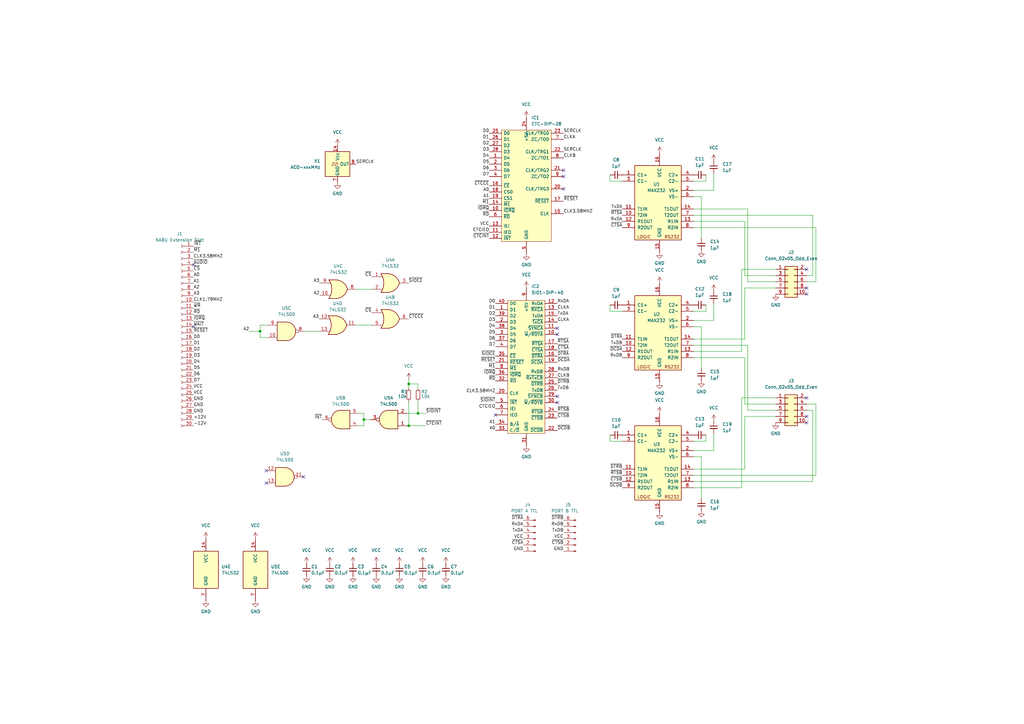
<source format=kicad_sch>
(kicad_sch (version 20211123) (generator eeschema)
  (paper "A3")
  (lib_symbols
    (symbol "74xx:74LS00" (pin_names (offset 1.016))
      (property "Reference" "U" (at 0 1.27 0))
      (property "Value" "74LS00" (at 0 -1.27 0))
      (symbol "74LS00_1_1"
        (pin input line (at -7.62 2.54 0) (length 3.81) (name "~") (number "1"))
        (pin input line (at -7.62 -2.54 0) (length 3.81) (name "~") (number "2"))
        (pin output inverted (at 7.62 0 180) (length 3.81) (name "~") (number "3"))
      )
      (symbol "74LS00_1_2"
        (pin input inverted (at -7.62 2.54 0) (length 4.318) (name "~") (number "1"))
        (pin input inverted (at -7.62 -2.54 0) (length 4.318) (name "~") (number "2"))
        (pin output line (at 7.62 0 180) (length 3.81) (name "~") (number "3"))
      )
      (symbol "74LS00_2_1"
        (pin input line (at -7.62 2.54 0) (length 3.81) (name "~") (number "4"))
        (pin input line (at -7.62 -2.54 0) (length 3.81) (name "~") (number "5"))
        (pin output inverted (at 7.62 0 180) (length 3.81) (name "~") (number "6"))
      )
      (symbol "74LS00_2_2"
        (pin input inverted (at -7.62 2.54 0) (length 4.318) (name "~") (number "4"))
        (pin input inverted (at -7.62 -2.54 0) (length 4.318) (name "~") (number "5"))
        (pin output line (at 7.62 0 180) (length 3.81) (name "~") (number "6"))
      )
      (symbol "74LS00_3_1"
        (pin input line (at -7.62 -2.54 0) (length 3.81) (name "~") (number "10"))
        (pin output inverted (at 7.62 0 180) (length 3.81) (name "~") (number "8"))
        (pin input line (at -7.62 2.54 0) (length 3.81) (name "~") (number "9"))
      )
      (symbol "74LS00_3_2"
        (pin input inverted (at -7.62 -2.54 0) (length 4.318) (name "~") (number "10"))
        (pin output line (at 7.62 0 180) (length 3.81) (name "~") (number "8"))
        (pin input inverted (at -7.62 2.54 0) (length 4.318) (name "~") (number "9"))
      )
      (symbol "74LS00_4_1"
        (pin output inverted (at 7.62 0 180) (length 3.81) (name "~") (number "11"))
        (pin input line (at -7.62 2.54 0) (length 3.81) (name "~") (number "12"))
        (pin input line (at -7.62 -2.54 0) (length 3.81) (name "~") (number "13"))
      )
      (symbol "74LS00_4_2"
        (pin output line (at 7.62 0 180) (length 3.81) (name "~") (number "11"))
        (pin input inverted (at -7.62 2.54 0) (length 4.318) (name "~") (number "12"))
        (pin input inverted (at -7.62 -2.54 0) (length 4.318) (name "~") (number "13"))
      )
      (symbol "74LS00_5_0"
        (pin power_in line (at 0 12.7 270) (length 5.08) (name "VCC") (number "14"))
        (pin power_in line (at 0 -12.7 90) (length 5.08) (name "GND") (number "7"))
      )
    )
    (symbol "74xx:74LS32" (pin_names (offset 1.016))
      (property "Reference" "U" (at 0 1.27 0))
      (property "Value" "74LS32" (at 0 -1.27 0))
      (symbol "74LS32_1_1"
        (pin input line (at -7.62 2.54 0) (length 4.318) (name "~") (number "1"))
        (pin input line (at -7.62 -2.54 0) (length 4.318) (name "~") (number "2"))
        (pin output line (at 7.62 0 180) (length 3.81) (name "~") (number "3"))
      )
      (symbol "74LS32_1_2"
        (pin input inverted (at -7.62 2.54 0) (length 3.81) (name "~") (number "1"))
        (pin input inverted (at -7.62 -2.54 0) (length 3.81) (name "~") (number "2"))
        (pin output inverted (at 7.62 0 180) (length 3.81) (name "~") (number "3"))
      )
      (symbol "74LS32_2_1"
        (pin input line (at -7.62 2.54 0) (length 4.318) (name "~") (number "4"))
        (pin input line (at -7.62 -2.54 0) (length 4.318) (name "~") (number "5"))
        (pin output line (at 7.62 0 180) (length 3.81) (name "~") (number "6"))
      )
      (symbol "74LS32_2_2"
        (pin input inverted (at -7.62 2.54 0) (length 3.81) (name "~") (number "4"))
        (pin input inverted (at -7.62 -2.54 0) (length 3.81) (name "~") (number "5"))
        (pin output inverted (at 7.62 0 180) (length 3.81) (name "~") (number "6"))
      )
      (symbol "74LS32_3_1"
        (pin input line (at -7.62 -2.54 0) (length 4.318) (name "~") (number "10"))
        (pin output line (at 7.62 0 180) (length 3.81) (name "~") (number "8"))
        (pin input line (at -7.62 2.54 0) (length 4.318) (name "~") (number "9"))
      )
      (symbol "74LS32_3_2"
        (pin input inverted (at -7.62 -2.54 0) (length 3.81) (name "~") (number "10"))
        (pin output inverted (at 7.62 0 180) (length 3.81) (name "~") (number "8"))
        (pin input inverted (at -7.62 2.54 0) (length 3.81) (name "~") (number "9"))
      )
      (symbol "74LS32_4_1"
        (pin output line (at 7.62 0 180) (length 3.81) (name "~") (number "11"))
        (pin input line (at -7.62 2.54 0) (length 4.318) (name "~") (number "12"))
        (pin input line (at -7.62 -2.54 0) (length 4.318) (name "~") (number "13"))
      )
      (symbol "74LS32_4_2"
        (pin output inverted (at 7.62 0 180) (length 3.81) (name "~") (number "11"))
        (pin input inverted (at -7.62 2.54 0) (length 3.81) (name "~") (number "12"))
        (pin input inverted (at -7.62 -2.54 0) (length 3.81) (name "~") (number "13"))
      )
      (symbol "74LS32_5_0"
        (pin power_in line (at 0 12.7 270) (length 5.08) (name "VCC") (number "14"))
        (pin power_in line (at 0 -12.7 90) (length 5.08) (name "GND") (number "7"))
      )
    )
    (symbol "Connector:Conn_01x06_Male" (pin_names (offset 1.016) hide)
      (property "Reference" "J" (at 0 7.62 0))
      (property "Value" "Conn_01x06_Male" (at 0 -10.16 0))
      (symbol "Conn_01x06_Male_1_1"
        (pin passive line (at 5.08 5.08 180) (length 3.81) (name "Pin_1") (number "1"))
        (pin passive line (at 5.08 2.54 180) (length 3.81) (name "Pin_2") (number "2"))
        (pin passive line (at 5.08 0 180) (length 3.81) (name "Pin_3") (number "3"))
        (pin passive line (at 5.08 -2.54 180) (length 3.81) (name "Pin_4") (number "4"))
        (pin passive line (at 5.08 -5.08 180) (length 3.81) (name "Pin_5") (number "5"))
        (pin passive line (at 5.08 -7.62 180) (length 3.81) (name "Pin_6") (number "6"))
      )
    )
    (symbol "Connector:Conn_01x30_Female" (pin_names (offset 1.016) hide)
      (property "Reference" "J1" (at 0.635 40.64 0))
      (property "Value" "NABU Extension Slot" (at 0.635 38.1 0))
      (symbol "Conn_01x30_Female_1_1"
        (pin input line (at -5.08 35.56 0) (length 3.81) (name "~{INT}") (number "1"))
        (pin output line (at -5.08 12.7 0) (length 3.81) (name "1.79") (number "10"))
        (pin output line (at -5.08 10.16 0) (length 3.81) (name "~{WR}") (number "11"))
        (pin output line (at -5.08 7.62 0) (length 3.81) (name "~{RD}") (number "12"))
        (pin output line (at -5.08 5.08 0) (length 3.81) (name "~{IORQ}") (number "13"))
        (pin input line (at -5.08 2.54 0) (length 3.81) (name "~{WAIT}") (number "14"))
        (pin output line (at -5.08 0 0) (length 3.81) (name "~{RESET}") (number "15"))
        (pin bidirectional line (at -5.08 -2.54 0) (length 3.81) (name "D0") (number "16"))
        (pin bidirectional line (at -5.08 -5.08 0) (length 3.81) (name "D1") (number "17"))
        (pin bidirectional line (at -5.08 -7.62 0) (length 3.81) (name "D2") (number "18"))
        (pin bidirectional line (at -5.08 -10.16 0) (length 3.81) (name "D3") (number "19"))
        (pin output line (at -5.08 33.02 0) (length 3.81) (name "~{M1}") (number "2"))
        (pin bidirectional line (at -5.08 -12.7 0) (length 3.81) (name "D4") (number "20"))
        (pin bidirectional line (at -5.08 -15.24 0) (length 3.81) (name "D5") (number "21"))
        (pin bidirectional line (at -5.08 -17.78 0) (length 3.81) (name "D6") (number "22"))
        (pin bidirectional line (at -5.08 -20.32 0) (length 3.81) (name "D7") (number "23"))
        (pin power_out line (at -5.08 -22.86 0) (length 3.81) (name "+5V") (number "24"))
        (pin power_out line (at -5.08 -25.4 0) (length 3.81) (name "+5V") (number "25"))
        (pin power_out line (at -5.08 -27.94 0) (length 3.81) (name "GND") (number "26"))
        (pin power_out line (at -5.08 -30.48 0) (length 3.81) (name "GND") (number "27"))
        (pin power_out line (at -5.08 -33.02 0) (length 3.81) (name "GND") (number "28"))
        (pin power_out line (at -5.08 -35.56 0) (length 3.81) (name "+12V") (number "29"))
        (pin output line (at -5.08 30.48 0) (length 3.81) (name "3.58") (number "3"))
        (pin power_out line (at -5.08 -38.1 0) (length 3.81) (name "-12V") (number "30"))
        (pin input line (at -5.08 27.94 0) (length 3.81) (name "AUDIO") (number "4"))
        (pin output line (at -5.08 25.4 0) (length 3.81) (name "~{CS}") (number "5"))
        (pin output line (at -5.08 22.86 0) (length 3.81) (name "A0") (number "6"))
        (pin output line (at -5.08 20.32 0) (length 3.81) (name "A1") (number "7"))
        (pin output line (at -5.08 17.78 0) (length 3.81) (name "A2") (number "8"))
        (pin output line (at -5.08 15.24 0) (length 3.81) (name "A3") (number "9"))
      )
    )
    (symbol "Connector_Generic:Conn_02x05_Odd_Even" (pin_names (offset 1.016) hide)
      (property "Reference" "J" (at 1.27 7.62 0))
      (property "Value" "Conn_02x05_Odd_Even" (at 1.27 -7.62 0))
      (symbol "Conn_02x05_Odd_Even_1_1"
        (pin passive line (at -5.08 5.08 0) (length 3.81) (name "Pin_1") (number "1"))
        (pin passive line (at 7.62 -5.08 180) (length 3.81) (name "Pin_10") (number "10"))
        (pin passive line (at 7.62 5.08 180) (length 3.81) (name "Pin_2") (number "2"))
        (pin passive line (at -5.08 2.54 0) (length 3.81) (name "Pin_3") (number "3"))
        (pin passive line (at 7.62 2.54 180) (length 3.81) (name "Pin_4") (number "4"))
        (pin passive line (at -5.08 0 0) (length 3.81) (name "Pin_5") (number "5"))
        (pin passive line (at 7.62 0 180) (length 3.81) (name "Pin_6") (number "6"))
        (pin passive line (at -5.08 -2.54 0) (length 3.81) (name "Pin_7") (number "7"))
        (pin passive line (at 7.62 -2.54 180) (length 3.81) (name "Pin_8") (number "8"))
        (pin passive line (at -5.08 -5.08 0) (length 3.81) (name "Pin_9") (number "9"))
      )
    )
    (symbol "Device:C_Small" (pin_numbers hide) (pin_names (offset 0.254) hide)
      (property "Reference" "C" (at 0.254 1.778 0))
      (property "Value" "C_Small" (at 0.254 -2.032 0))
      (symbol "C_Small_1_1"
        (pin passive line (at 0 2.54 270) (length 2.032) (name "~") (number "1"))
        (pin passive line (at 0 -2.54 90) (length 2.032) (name "~") (number "2"))
      )
    )
    (symbol "Device:R_Small" (pin_numbers hide) (pin_names (offset 0.254) hide)
      (property "Reference" "R" (at 0.762 0.508 0))
      (property "Value" "R_Small" (at 0.762 -1.016 0))
      (symbol "R_Small_1_1"
        (pin passive line (at 0 2.54 270) (length 0.762) (name "~") (number "1"))
        (pin passive line (at 0 -2.54 90) (length 0.762) (name "~") (number "2"))
      )
    )
    (symbol "Interface_UART:MAX232" (pin_names (offset 1.016))
      (property "Reference" "U?" (at -2.54 7.62 0))
      (property "Value" "MAX232" (at -5.08 5.08 0))
      (symbol "MAX232_0_0"
        (text "LOGIC" (at -6.35 -13.97 0) (effects (font (size 1.27 1.27))))
        (text "RS232" (at 5.08 -13.97 0) (effects (font (size 1.27 1.27))))
      )
      (symbol "MAX232_1_1"
        (pin passive line (at -15.24 11.43 0) (length 5.08) (name "C1+") (number "1"))
        (pin input line (at -15.24 -5.08 0) (length 5.08) (name "T2IN") (number "10"))
        (pin input line (at -15.24 -2.54 0) (length 5.08) (name "T1IN") (number "11"))
        (pin output line (at -15.24 -7.62 0) (length 5.08) (name "R1OUT") (number "12"))
        (pin input line (at 13.97 -7.62 180) (length 5.08) (name "R1IN") (number "13"))
        (pin output line (at 13.97 -2.54 180) (length 5.08) (name "T1OUT") (number "14"))
        (pin power_in line (at 0 -20.32 90) (length 5.08) (name "GND") (number "15"))
        (pin power_in line (at 0 20.32 270) (length 5.08) (name "VCC") (number "16"))
        (pin power_out line (at 13.97 5.08 180) (length 5.08) (name "VS+") (number "2"))
        (pin passive line (at -15.24 8.89 0) (length 5.08) (name "C1-") (number "3"))
        (pin passive line (at 13.97 11.43 180) (length 5.08) (name "C2+") (number "4"))
        (pin passive line (at 13.97 8.89 180) (length 5.08) (name "C2-") (number "5"))
        (pin power_out line (at 13.97 2.54 180) (length 5.08) (name "VS-") (number "6"))
        (pin output line (at 13.97 -5.08 180) (length 5.08) (name "T2OUT") (number "7"))
        (pin input line (at 13.97 -10.16 180) (length 5.08) (name "R2IN") (number "8"))
        (pin output line (at -15.24 -10.16 0) (length 5.08) (name "R2OUT") (number "9"))
      )
    )
    (symbol "MAX232_1" (pin_names (offset 1.016))
      (property "Reference" "U3" (at -2.54 7.62 0))
      (property "Value" "MAX232_1" (at -5.08 5.08 0))
      (symbol "MAX232_1_0_0"
        (text "LOGIC" (at -6.35 -13.97 0) (effects (font (size 1.27 1.27))))
        (text "RS232" (at 5.08 -13.97 0) (effects (font (size 1.27 1.27))))
      )
      (symbol "MAX232_1_1_1"
        (pin passive line (at -15.24 11.43 0) (length 5.08) (name "C1+") (number "1"))
        (pin input line (at -15.24 -5.08 0) (length 5.08) (name "T2IN") (number "10"))
        (pin input line (at -15.24 -2.54 0) (length 5.08) (name "T1IN") (number "11"))
        (pin output line (at -15.24 -7.62 0) (length 5.08) (name "R1OUT") (number "12"))
        (pin input line (at 13.97 -7.62 180) (length 5.08) (name "R1IN") (number "13"))
        (pin output line (at 13.97 -2.54 180) (length 5.08) (name "T1OUT") (number "14"))
        (pin power_in line (at 0 -20.32 90) (length 5.08) (name "GND") (number "15"))
        (pin power_in line (at 0 20.32 270) (length 5.08) (name "VCC") (number "16"))
        (pin power_out line (at 13.97 5.08 180) (length 5.08) (name "VS+") (number "2"))
        (pin passive line (at -15.24 8.89 0) (length 5.08) (name "C1-") (number "3"))
        (pin passive line (at 13.97 11.43 180) (length 5.08) (name "C2+") (number "4"))
        (pin passive line (at 13.97 8.89 180) (length 5.08) (name "C2-") (number "5"))
        (pin power_out line (at 13.97 2.54 180) (length 5.08) (name "VS-") (number "6"))
        (pin output line (at 13.97 -5.08 180) (length 5.08) (name "T2OUT") (number "7"))
        (pin input line (at 13.97 -10.16 180) (length 5.08) (name "R2IN") (number "8"))
        (pin output line (at -15.24 -10.16 0) (length 5.08) (name "R2OUT") (number "9"))
      )
    )
    (symbol "Oscillator:ACO-xxxMHz" (pin_names (offset 0.254))
      (property "Reference" "X" (at -5.08 6.35 0))
      (property "Value" "ACO-xxxMHz" (at 1.27 -6.35 0))
      (symbol "ACO-xxxMHz_1_1"
        (pin no_connect line (at -7.62 0 0) (length 2.54) hide (name "NC") (number "1"))
        (pin power_in line (at 0 7.62 270) (length 2.54) (name "Vcc") (number "14"))
        (pin power_in line (at 0 -7.62 90) (length 2.54) (name "GND") (number "7"))
        (pin output line (at 7.62 0 180) (length 2.54) (name "OUT") (number "8"))
      )
    )
    (symbol "Zilog_Z80_Peripherals:CTC-DIP-28" (pin_names (offset 0.762))
      (property "Reference" "IC" (at 0 2.54 0))
      (property "Value" "CTC-DIP-28" (at 12.7 1.27 0))
      (symbol "CTC-DIP-28_0_0"
        (pin bidirectional line (at -5.08 -11.43 0) (length 5.08) (name "D4") (number "1"))
        (pin input line (at -5.08 -33.02 0) (length 5.08) (name "~{IORQ}") (number "10"))
        (pin output line (at -5.08 -41.91 0) (length 5.08) (name "IEO") (number "11"))
        (pin open_collector line (at -5.08 -44.45 0) (length 5.08) (name "~{INT}") (number "12"))
        (pin input line (at -5.08 -39.37 0) (length 5.08) (name "IEI") (number "13"))
        (pin input line (at -5.08 -30.48 0) (length 5.08) (name "~{M1}") (number "14"))
        (pin input line (at 25.4 -34.29 180) (length 5.08) (name "CLK") (number "15"))
        (pin input line (at -5.08 -22.86 0) (length 5.08) (name "~{CE}") (number "16"))
        (pin input line (at 25.4 -29.21 180) (length 5.08) (name "~{RESET}") (number "17"))
        (pin input line (at -5.08 -25.4 0) (length 5.08) (name "CS0") (number "18"))
        (pin input line (at -5.08 -27.94 0) (length 5.08) (name "CS1") (number "19"))
        (pin bidirectional line (at -5.08 -13.97 0) (length 5.08) (name "D5") (number "2"))
        (pin input line (at 25.4 -24.13 180) (length 5.08) (name "CLK/TRG3") (number "20"))
        (pin input line (at 25.4 -16.51 180) (length 5.08) (name "CLK/TRG2") (number "21"))
        (pin input line (at 25.4 -8.89 180) (length 5.08) (name "CLK/TRG1") (number "22"))
        (pin input line (at 25.4 -1.27 180) (length 5.08) (name "CLK/TRG0") (number "23"))
        (pin power_in line (at 10.16 5.08 270) (length 5.08) (name "+5V") (number "24"))
        (pin bidirectional line (at -5.08 -1.27 0) (length 5.08) (name "D0") (number "25"))
        (pin bidirectional line (at -5.08 -3.81 0) (length 5.08) (name "D1") (number "26"))
        (pin bidirectional line (at -5.08 -6.35 0) (length 5.08) (name "D2") (number "27"))
        (pin bidirectional line (at -5.08 -8.89 0) (length 5.08) (name "D3") (number "28"))
        (pin bidirectional line (at -5.08 -16.51 0) (length 5.08) (name "D6") (number "3"))
        (pin bidirectional line (at -5.08 -19.05 0) (length 5.08) (name "D7") (number "4"))
        (pin power_in line (at 10.16 -50.8 90) (length 5.08) (name "GND") (number "5"))
        (pin input line (at -5.08 -35.56 0) (length 5.08) (name "~{RD}") (number "6"))
        (pin output line (at 25.4 -3.81 180) (length 5.08) (name "ZC/TO0") (number "7"))
        (pin output line (at 25.4 -11.43 180) (length 5.08) (name "ZC/TO1") (number "8"))
        (pin output line (at 25.4 -19.05 180) (length 5.08) (name "ZC/TO2") (number "9"))
      )
    )
    (symbol "Zilog_Z80_Peripherals:SIO1-DIP-40" (pin_names (offset 0.762))
      (property "Reference" "IC2" (at 9.6394 5.715 0))
      (property "Value" "SIO1-DIP-40" (at 9.6394 3.175 0))
      (symbol "SIO1-DIP-40_0_0"
        (pin bidirectional line (at -5.08 -3.81 0) (length 5.08) (name "D1") (number "1"))
        (pin output line (at 20.32 -13.97 180) (length 5.08) (name "~{W}/~{RDYA}") (number "10"))
        (pin bidirectional line (at 20.32 -11.43 180) (length 5.08) (name "~{SYNCA}") (number "11"))
        (pin input line (at 20.32 -1.27 180) (length 5.08) (name "RxDA") (number "12"))
        (pin input line (at 20.32 -3.81 180) (length 5.08) (name "~{RXCA}") (number "13"))
        (pin input line (at 20.32 -8.89 180) (length 5.08) (name "~{TxCA}") (number "14"))
        (pin output line (at 20.32 -6.35 180) (length 5.08) (name "TxDA") (number "15"))
        (pin output line (at 20.32 -22.86 180) (length 5.08) (name "~{DTRA}") (number "16"))
        (pin output line (at 20.32 -17.78 180) (length 5.08) (name "~{RTSA}") (number "17"))
        (pin input line (at 20.32 -20.32 180) (length 5.08) (name "~{CTSA}") (number "18"))
        (pin input line (at 20.32 -25.4 180) (length 5.08) (name "~{DCDA}") (number "19"))
        (pin bidirectional line (at -5.08 -8.89 0) (length 5.08) (name "D3") (number "2"))
        (pin input line (at -5.08 -38.1 0) (length 5.08) (name "CLK") (number "20"))
        (pin input line (at -5.08 -25.4 0) (length 5.08) (name "~{RESET}") (number "21"))
        (pin input line (at 20.32 -53.34 180) (length 5.08) (name "~{DCDB}") (number "22"))
        (pin input line (at 20.32 -48.26 180) (length 5.08) (name "~{CTSB}") (number "23"))
        (pin output line (at 20.32 -45.72 180) (length 5.08) (name "~{RTSB}") (number "24"))
        (pin output line (at 20.32 -34.29 180) (length 5.08) (name "~{DTRB}") (number "25"))
        (pin output line (at 20.32 -36.83 180) (length 5.08) (name "TxDB") (number "26"))
        (pin input line (at 20.32 -31.75 180) (length 5.08) (name "~{RxTxCB}") (number "27"))
        (pin input line (at 20.32 -29.21 180) (length 5.08) (name "RxDB") (number "28"))
        (pin input line (at 20.32 -39.37 180) (length 5.08) (name "~{SYNCB}") (number "29"))
        (pin bidirectional line (at -5.08 -13.97 0) (length 5.08) (name "D5") (number "3"))
        (pin output line (at 20.32 -41.91 180) (length 5.08) (name "~{W}/~{RDYB}") (number "30"))
        (pin power_in line (at 7.62 -59.69 90) (length 5.08) (name "GND") (number "31"))
        (pin input line (at -5.08 -33.02 0) (length 5.08) (name "~{RD}") (number "32"))
        (pin input line (at -5.08 -53.34 0) (length 5.08) (name "C/~{D}") (number "33"))
        (pin input line (at -5.08 -50.8 0) (length 5.08) (name "B/~{A}") (number "34"))
        (pin input line (at -5.08 -22.86 0) (length 5.08) (name "~{CE}") (number "35"))
        (pin input line (at -5.08 -30.48 0) (length 5.08) (name "~{IORQ}") (number "36"))
        (pin bidirectional line (at -5.08 -16.51 0) (length 5.08) (name "D6") (number "37"))
        (pin bidirectional line (at -5.08 -11.43 0) (length 5.08) (name "D4") (number "38"))
        (pin bidirectional line (at -5.08 -6.35 0) (length 5.08) (name "D2") (number "39"))
        (pin bidirectional line (at -5.08 -19.05 0) (length 5.08) (name "D7") (number "4"))
        (pin bidirectional line (at -5.08 -1.27 0) (length 5.08) (name "D0") (number "40"))
        (pin open_collector line (at -5.08 -41.91 0) (length 5.08) (name "~{INT}") (number "5"))
        (pin input line (at -5.08 -44.45 0) (length 5.08) (name "IEI") (number "6"))
        (pin output line (at -5.08 -46.99 0) (length 5.08) (name "IEO") (number "7"))
        (pin input line (at -5.08 -27.94 0) (length 5.08) (name "~{M1}") (number "8"))
        (pin power_in line (at 7.62 5.08 270) (length 5.08) (name "+5V") (number "9"))
      )
    )
    (symbol "power:GND" (power) (pin_names (offset 0))
      (property "Value" "GND" (at 0 -3.81 0))
      (symbol "GND_1_1"
        (pin power_in line (at 0 0 270) (length 0) hide (name "GND") (number "1"))
      )
    )
    (symbol "power:VCC" (power) (pin_names (offset 0))
      (property "Value" "VCC" (at 0 3.81 0))
      (symbol "VCC_1_1"
        (pin power_in line (at 0 0 90) (length 0) hide (name "VCC") (number "1"))
      )
    )
  )
  (junction (at 167.64 174.625))
  (junction (at 106.68 135.89))
  (junction (at 167.64 157.48))
  (junction (at 149.225 172.085))
  (junction (at 171.45 169.545))
  (no_connect (at 203.2 170.18))
  (no_connect (at 79.375 108.585))
  (no_connect (at 79.375 133.985))
  (no_connect (at 109.22 193.04))
  (no_connect (at 109.22 198.12))
  (no_connect (at 124.46 195.58))
  (no_connect (at 330.835 163.195))
  (no_connect (at 330.835 170.815))
  (no_connect (at 330.835 173.355))
  (no_connect (at 330.835 120.65))
  (no_connect (at 330.835 110.49))
  (no_connect (at 330.835 118.11))
  (no_connect (at 228.6 165.1))
  (no_connect (at 228.6 162.56))
  (no_connect (at 228.6 137.16))
  (no_connect (at 228.6 134.62))
  (no_connect (at 231.14 77.47))
  (no_connect (at 231.14 72.39))
  (no_connect (at 231.14 69.85))
  (wire (pts (xy 292.735 124.46) (xy 292.735 131.445)))
  (wire (pts (xy 305.435 90.805) (xy 284.48 90.805)))
  (wire (pts (xy 306.705 115.57) (xy 306.705 85.725)))
  (wire (pts (xy 106.68 138.43) (xy 106.68 135.89)))
  (wire (pts (xy 167.64 174.625) (xy 174.625 174.625)))
  (wire (pts (xy 318.135 118.11) (xy 305.435 118.11)))
  (wire (pts (xy 149.225 169.545) (xy 147.32 169.545)))
  (wire (pts (xy 305.435 139.065) (xy 284.48 139.065)))
  (wire (pts (xy 147.32 174.625) (xy 149.225 174.625)))
  (wire (pts (xy 289.56 74.295) (xy 289.56 71.755)))
  (wire (pts (xy 333.375 113.03) (xy 333.375 88.265)))
  (wire (pts (xy 305.435 146.685) (xy 284.48 146.685)))
  (wire (pts (xy 289.56 180.975) (xy 289.56 178.435)))
  (wire (pts (xy 284.48 144.145) (xy 304.165 144.145)))
  (wire (pts (xy 250.19 74.295) (xy 250.19 71.755)))
  (wire (pts (xy 284.48 127.635) (xy 289.56 127.635)))
  (wire (pts (xy 334.645 194.945) (xy 284.48 194.945)))
  (wire (pts (xy 167.64 164.465) (xy 167.64 174.625)))
  (wire (pts (xy 305.435 118.11) (xy 305.435 139.065)))
  (wire (pts (xy 333.375 168.275) (xy 333.375 197.485)))
  (wire (pts (xy 305.435 165.735) (xy 318.135 165.735)))
  (wire (pts (xy 304.165 163.195) (xy 304.165 200.025)))
  (wire (pts (xy 284.48 80.645) (xy 287.655 80.645)))
  (wire (pts (xy 284.48 180.975) (xy 289.56 180.975)))
  (wire (pts (xy 304.165 110.49) (xy 318.135 110.49)))
  (wire (pts (xy 306.705 85.725) (xy 284.48 85.725)))
  (wire (pts (xy 330.835 113.03) (xy 333.375 113.03)))
  (wire (pts (xy 250.19 127.635) (xy 250.19 125.095)))
  (wire (pts (xy 289.56 127.635) (xy 289.56 125.095)))
  (wire (pts (xy 330.835 115.57) (xy 334.645 115.57)))
  (wire (pts (xy 292.735 184.785) (xy 284.48 184.785)))
  (wire (pts (xy 167.64 155.575) (xy 167.64 157.48)))
  (wire (pts (xy 171.45 169.545) (xy 174.625 169.545)))
  (wire (pts (xy 305.435 113.03) (xy 305.435 90.805)))
  (wire (pts (xy 305.435 165.735) (xy 305.435 146.685)))
  (wire (pts (xy 146.304 118.618) (xy 152.4 118.618)))
  (wire (pts (xy 167.005 169.545) (xy 171.45 169.545)))
  (wire (pts (xy 284.48 74.295) (xy 289.56 74.295)))
  (wire (pts (xy 305.435 170.815) (xy 305.435 192.405)))
  (wire (pts (xy 334.645 93.345) (xy 284.48 93.345)))
  (wire (pts (xy 287.655 187.325) (xy 287.655 204.47)))
  (wire (pts (xy 284.48 187.325) (xy 287.655 187.325)))
  (wire (pts (xy 167.005 174.625) (xy 167.64 174.625)))
  (wire (pts (xy 292.735 177.8) (xy 292.735 184.785)))
  (wire (pts (xy 292.735 131.445) (xy 284.48 131.445)))
  (wire (pts (xy 109.855 138.43) (xy 106.68 138.43)))
  (wire (pts (xy 304.165 200.025) (xy 284.48 200.025)))
  (wire (pts (xy 306.705 141.605) (xy 284.48 141.605)))
  (wire (pts (xy 318.135 115.57) (xy 306.705 115.57)))
  (wire (pts (xy 151.765 172.085) (xy 149.225 172.085)))
  (wire (pts (xy 149.225 174.625) (xy 149.225 172.085)))
  (wire (pts (xy 318.135 170.815) (xy 305.435 170.815)))
  (wire (pts (xy 106.68 133.35) (xy 106.68 135.89)))
  (wire (pts (xy 334.645 165.735) (xy 334.645 194.945)))
  (wire (pts (xy 149.225 172.085) (xy 149.225 169.545)))
  (wire (pts (xy 167.64 157.48) (xy 167.64 159.385)))
  (wire (pts (xy 255.27 180.975) (xy 250.19 180.975)))
  (wire (pts (xy 318.135 163.195) (xy 304.165 163.195)))
  (wire (pts (xy 109.855 133.35) (xy 106.68 133.35)))
  (wire (pts (xy 171.45 157.48) (xy 167.64 157.48)))
  (wire (pts (xy 318.135 168.275) (xy 306.705 168.275)))
  (wire (pts (xy 171.45 159.385) (xy 171.45 157.48)))
  (wire (pts (xy 306.705 168.275) (xy 306.705 141.605)))
  (wire (pts (xy 102.235 135.89) (xy 106.68 135.89)))
  (wire (pts (xy 334.645 115.57) (xy 334.645 93.345)))
  (wire (pts (xy 305.435 192.405) (xy 284.48 192.405)))
  (wire (pts (xy 330.835 165.735) (xy 334.645 165.735)))
  (wire (pts (xy 333.375 88.265) (xy 284.48 88.265)))
  (wire (pts (xy 287.655 80.645) (xy 287.655 97.79)))
  (wire (pts (xy 125.095 135.89) (xy 130.81 135.89)))
  (wire (pts (xy 287.655 133.985) (xy 287.655 151.13)))
  (wire (pts (xy 284.48 133.985) (xy 287.655 133.985)))
  (wire (pts (xy 255.27 74.295) (xy 250.19 74.295)))
  (wire (pts (xy 304.165 144.145) (xy 304.165 110.49)))
  (wire (pts (xy 333.375 197.485) (xy 284.48 197.485)))
  (wire (pts (xy 318.135 113.03) (xy 305.435 113.03)))
  (wire (pts (xy 255.27 127.635) (xy 250.19 127.635)))
  (wire (pts (xy 171.45 164.465) (xy 171.45 169.545)))
  (wire (pts (xy 250.19 180.975) (xy 250.19 178.435)))
  (wire (pts (xy 146.05 133.35) (xy 152.4 133.35)))
  (wire (pts (xy 292.735 71.12) (xy 292.735 78.105)))
  (wire (pts (xy 330.835 168.275) (xy 333.375 168.275)))
  (wire (pts (xy 292.735 78.105) (xy 284.48 78.105)))
  (label "~{RD}" (at 79.375 128.905 0))
  (label "~{DTRB}" (at 228.6 157.48 0))
  (label "~{CS}" (at 152.4 113.538 180))
  (label "~{DTRA}" (at 255.27 139.065 180))
  (label "~{CTCCE}" (at 200.66 76.2 180))
  (label "~{DCDA}" (at 255.27 144.145 180))
  (label "CTCIEO" (at 203.2 167.64 180))
  (label "~{IORQ}" (at 200.66 86.36 180))
  (label "~{RD}" (at 203.2 156.21 180))
  (label "~{M1}" (at 203.2 151.13 180))
  (label "D6" (at 203.2 139.7 180))
  (label "D7" (at 200.66 72.39 180))
  (label "D3" (at 200.66 62.23 180))
  (label "CTCIEO" (at 200.66 95.25 180))
  (label "~{CTSB}" (at 231.14 223.52 180))
  (label "TxDA" (at 255.27 85.725 180))
  (label "D7" (at 79.375 156.845 0))
  (label "~{RESET}" (at 203.2 148.59 180))
  (label "GND" (at 79.375 167.005 0))
  (label "D3" (at 79.375 146.685 0))
  (label "~{DTRA}" (at 214.63 213.36 180))
  (label "VCC" (at 79.375 159.385 0))
  (label "~{AUDIO}" (at 79.375 108.585 0))
  (label "TxDB" (at 231.14 218.44 180))
  (label "~{SIOCE}" (at 203.2 146.05 180))
  (label "CLKA" (at 231.14 57.15 0))
  (label "~{DTRA}" (at 228.6 146.05 0))
  (label "CLK1.79MHZ" (at 79.375 123.825 0))
  (label "D0" (at 200.66 54.61 180))
  (label "~{RTSB}" (at 255.27 194.945 180))
  (label "D4" (at 200.66 64.77 180))
  (label "A3" (at 130.81 130.81 180))
  (label "~{DTRB}" (at 255.27 192.405 180))
  (label "~{CTSA}" (at 255.27 93.345 180))
  (label "A2" (at 79.375 118.745 0))
  (label "D1" (at 203.2 127 180))
  (label "~{RESET}" (at 231.14 82.55 0))
  (label "CLKB" (at 231.14 64.77 0))
  (label "D5" (at 79.375 151.765 0))
  (label "RxDB" (at 255.27 146.685 180))
  (label "~{CTSA}" (at 228.6 143.51 0))
  (label "D7" (at 203.2 142.24 180))
  (label "~{CS}" (at 79.375 111.125 0))
  (label "A0" (at 203.2 176.53 180))
  (label "~{RD}" (at 200.66 88.9 180))
  (label "A0" (at 79.375 113.665 0))
  (label "~{DCDB}" (at 228.6 176.53 0))
  (label "D5" (at 203.2 137.16 180))
  (label "VCC" (at 200.66 92.71 180))
  (label "D6" (at 79.375 154.305 0))
  (label "A2" (at 131.064 121.158 180))
  (label "D0" (at 203.2 124.46 180))
  (label "SERCLK" (at 146.05 67.31 0))
  (label "A1" (at 79.375 116.205 0))
  (label "~{CTCINT}" (at 200.66 97.79 180))
  (label "D3" (at 203.2 132.08 180))
  (label "A0" (at 200.66 78.74 180))
  (label "D2" (at 79.375 144.145 0))
  (label "D4" (at 79.375 149.225 0))
  (label "D2" (at 203.2 129.54 180))
  (label "TxDB" (at 255.27 141.605 180))
  (label "~{RTSB}" (at 228.6 168.91 0))
  (label "~{RTSA}" (at 255.27 88.265 180))
  (label "~{CTSB}" (at 228.6 171.45 0))
  (label "~{SIOINT}" (at 174.625 169.545 0))
  (label "~{CTCCE}" (at 167.64 130.81 0))
  (label "~{WR}" (at 79.375 126.365 0))
  (label "D2" (at 200.66 59.69 180))
  (label "GND" (at 231.14 226.06 180))
  (label "D0" (at 79.375 139.065 0))
  (label "GND" (at 79.375 169.545 0))
  (label "CLK3.58MHZ" (at 79.375 106.045 0))
  (label "~{M1}" (at 79.375 103.505 0))
  (label "~{M1}" (at 200.66 83.82 180))
  (label "CLKA" (at 228.6 132.08 0))
  (label "D4" (at 203.2 134.62 180))
  (label "RxDA" (at 214.63 215.9 180))
  (label "VCC" (at 231.14 220.98 180))
  (label "D1" (at 200.66 57.15 180))
  (label "A2" (at 102.235 135.89 180))
  (label "GND" (at 79.375 164.465 0))
  (label "~{IORQ}" (at 79.375 131.445 0))
  (label "~{CTCINT}" (at 174.625 174.625 0))
  (label "~{SIOINT}" (at 203.2 165.1 180))
  (label "A3" (at 131.064 116.078 180))
  (label "RxDB" (at 228.6 152.4 0))
  (label "~{CTSB}" (at 255.27 197.485 180))
  (label "~{INT}" (at 79.375 100.965 0))
  (label "A1" (at 200.66 81.28 180))
  (label "TxDB" (at 228.6 160.02 0))
  (label "RxDA" (at 255.27 90.805 180))
  (label "CLK3.58MHZ" (at 231.14 87.63 0))
  (label "~{CTSA}" (at 214.63 223.52 180))
  (label "RxDB" (at 231.14 215.9 180))
  (label "SERCLK" (at 231.14 54.61 0))
  (label "~{INT}" (at 132.08 172.085 180))
  (label "TxDA" (at 214.63 218.44 180))
  (label "~{DTRB}" (at 231.14 213.36 180))
  (label "~{IORQ}" (at 203.2 153.67 180))
  (label "+12V" (at 79.375 172.085 0))
  (label "~{DCDB}" (at 255.27 200.025 180))
  (label "VCC" (at 214.63 220.98 180))
  (label "A1" (at 203.2 173.99 180))
  (label "~{DCDA}" (at 228.6 148.59 0))
  (label "SERCLK" (at 231.14 62.23 0))
  (label "CLKA" (at 228.6 127 0))
  (label "CLKB" (at 228.6 154.94 0))
  (label "-12V" (at 79.375 174.625 0))
  (label "VCC" (at 79.375 161.925 0))
  (label "A3" (at 79.375 121.285 0))
  (label "~{RESET}" (at 79.375 136.525 0))
  (label "~{WAIT}" (at 79.375 133.985 0))
  (label "D1" (at 79.375 141.605 0))
  (label "~{RTSA}" (at 228.6 140.97 0))
  (label "TxDA" (at 228.6 129.54 0))
  (label "CLK3.58MHZ" (at 203.2 161.29 180))
  (label "~{SIOCE}" (at 167.64 116.078 0))
  (label "D5" (at 200.66 67.31 180))
  (label "~{CS}" (at 152.4 128.27 180))
  (label "RxDA" (at 228.6 124.46 0))
  (label "D6" (at 200.66 69.85 180))
  (label "GND" (at 214.63 226.06 180))
  (symbol (lib_id "power:GND") (at 215.9 104.14 0) (unit 1)
    (property "Reference" "#PWR01" (effects hide))
    (property "Value" "GND" (at 215.9 108.585 0))
  )
  (symbol (lib_id "Device:C_Small") (at 287.02 125.095 90) (unit 1)
    (property "Reference" "C12" (at 287.0263 118.491 90))
    (property "Value" "1µF" (at 287.0263 121.031 90))
    (property "Footprint" "Capacitor_SMD:C_0603_1608Metric_Pad1.08x0.95mm_HandSolder" (effects hide))
  )
  (symbol (lib_id "power:VCC") (at 292.735 119.38 0) (unit 1)
    (property "Reference" "#PWR0108" (effects hide))
    (property "Value" "VCC" (at 292.735 113.919 0))
  )
  (symbol (lib_id "power:GND") (at 270.51 210.185 0) (unit 1)
    (property "Reference" "#PWR0110" (effects hide))
    (property "Value" "GND" (at 270.51 214.63 0))
  )
  (symbol (lib_id "74xx:74LS32") (at 138.43 133.35 0) (unit 4)
    (property "Reference" "U4" (at 138.43 124.46 0))
    (property "Value" "74LS32" (at 138.43 127 0))
    (property "Footprint" "Package_SO:SOP-14_4.55x10.3mm_P1.27mm" (effects hide))
    (property "Datasheet" "http://www.ti.com/lit/gpn/sn74LS32" (effects hide))
  )
  (symbol (lib_id "power:VCC") (at 182.88 231.14 0) (unit 1)
    (property "Reference" "#PWR019" (effects hide))
    (property "Value" "VCC" (at 182.88 225.679 0))
  )
  (symbol (lib_id "Connector_Generic:Conn_02x05_Odd_Even") (at 323.215 115.57 0) (unit 1)
    (property "Reference" "J2" (at 324.485 103.505 0))
    (property "Value" "Conn_02x05_Odd_Even" (at 324.485 106.045 0))
    (property "Footprint" "Connector_PinHeader_2.54mm:PinHeader_2x05_P2.54mm_Horizontal" (effects hide))
  )
  (symbol (lib_id "74xx:74LS32") (at 160.02 116.078 0) (unit 1)
    (property "Reference" "U4" (at 160.02 106.553 0))
    (property "Value" "74LS32" (at 160.02 109.093 0))
    (property "Footprint" "Package_SO:SOP-14_4.55x10.3mm_P1.27mm" (effects hide))
    (property "Datasheet" "http://www.ti.com/lit/gpn/sn74LS32" (effects hide))
  )
  (symbol (lib_id "74xx:74LS00") (at 139.7 172.085 180) (unit 2)
    (property "Reference" "U5" (at 139.7 163.195 0))
    (property "Value" "74LS00" (at 139.7 165.735 0))
    (property "Footprint" "Package_SO:SOP-14_4.55x10.3mm_P1.27mm" (effects hide))
    (property "Datasheet" "http://www.ti.com/lit/gpn/sn74ls00" (effects hide))
  )
  (symbol (lib_id "74xx:74LS32") (at 138.684 118.618 0) (unit 3)
    (property "Reference" "U4" (at 138.684 109.093 0))
    (property "Value" "74LS32" (at 138.684 111.633 0))
    (property "Footprint" "Package_SO:SOP-14_4.55x10.3mm_P1.27mm" (effects hide))
    (property "Datasheet" "http://www.ti.com/lit/gpn/sn74LS32" (effects hide))
  )
  (symbol (lib_id "power:VCC") (at 215.9 48.26 0) (unit 1)
    (property "Reference" "#PWR0103" (effects hide))
    (property "Value" "VCC" (at 215.9 42.799 0))
  )
  (symbol (lib_id "power:GND") (at 270.51 103.505 0) (unit 1)
    (property "Reference" "#PWR0112" (effects hide))
    (property "Value" "GND" (at 270.51 107.95 0))
  )
  (symbol (lib_id "Device:C_Small") (at 292.735 121.92 0) (unit 1)
    (property "Reference" "C18" (at 296.291 120.6562 0) (effects (justify left)))
    (property "Value" "1µF" (at 296.291 123.1962 0) (effects (justify left)))
    (property "Footprint" "Capacitor_SMD:C_0603_1608Metric_Pad1.08x0.95mm_HandSolder" (effects hide))
  )
  (symbol (lib_id "power:VCC") (at 270.51 116.205 0) (unit 1)
    (property "Reference" "#PWR0104" (effects hide))
    (property "Value" "VCC" (at 270.51 110.744 0))
  )
  (symbol (lib_id "Device:C_Small") (at 287.655 207.01 0) (unit 1)
    (property "Reference" "C16" (at 291.211 205.7462 0) (effects (justify left)))
    (property "Value" "1µF" (at 291.211 208.2862 0) (effects (justify left)))
    (property "Footprint" "Capacitor_SMD:C_0603_1608Metric_Pad1.08x0.95mm_HandSolder" (effects hide))
  )
  (symbol (lib_id "power:GND") (at 144.78 236.22 0) (unit 1)
    (property "Reference" "#PWR012" (effects hide))
    (property "Value" "GND" (at 144.78 240.665 0))
  )
  (symbol (lib_id "Zilog_Z80_Peripherals:CTC-DIP-28") (at 205.74 53.34 0) (unit 1)
    (property "Reference" "IC1" (at 217.9194 48.26 0) (effects (justify left)))
    (property "Value" "CTC-DIP-28" (at 217.9194 50.8 0) (effects (justify left)))
    (property "Footprint" "Package_DIP:DIP-28_W15.24mm_LongPads" (effects hide))
    (property "Datasheet" "http://www.zilog.com/docs/z80/ps0181.pdf" (effects hide))
    (property "Description" "Z8430 Zilog CTC" (effects hide))
    (property "Height" "5.21" (effects hide))
    (property "Manufacturer_Name" "Zilog" (effects hide))
    (property "Manufacturer_Part_Number" "Z84C3010PEG" (effects hide))
    (property "Mouser Part Number" "692-Z84C3010PEG" (effects hide))
    (property "Mouser Price/Stock" "https://www.mouser.com/Search/Refine.aspx?Keyword=692-Z84C3010PEG" (effects hide))
  )
  (symbol (lib_id "power:GND") (at 270.51 156.845 0) (unit 1)
    (property "Reference" "#PWR0106" (effects hide))
    (property "Value" "GND" (at 270.51 161.29 0))
  )
  (symbol (lib_id "power:GND") (at 163.83 236.22 0) (unit 1)
    (property "Reference" "#PWR016" (effects hide))
    (property "Value" "GND" (at 163.83 240.665 0))
  )
  (symbol (lib_id "power:GND") (at 182.88 236.22 0) (unit 1)
    (property "Reference" "#PWR020" (effects hide))
    (property "Value" "GND" (at 182.88 240.665 0))
  )
  (symbol (lib_id "power:VCC") (at 167.64 155.575 0) (unit 1)
    (property "Reference" "#PWR023" (effects hide))
    (property "Value" "VCC" (at 167.64 150.114 0))
  )
  (symbol (lib_id "Device:C_Small") (at 252.73 178.435 90) (unit 1)
    (property "Reference" "C10" (at 252.7363 172.212 90))
    (property "Value" "1µF" (at 252.7363 174.752 90))
    (property "Footprint" "Capacitor_SMD:C_0603_1608Metric_Pad1.08x0.95mm_HandSolder" (effects hide))
  )
  (symbol (lib_id "power:VCC") (at 154.305 231.14 0) (unit 1)
    (property "Reference" "#PWR013" (effects hide))
    (property "Value" "VCC" (at 154.305 225.679 0))
  )
  (symbol (lib_id "power:VCC") (at 104.775 220.98 0) (unit 1)
    (property "Reference" "#PWR05" (effects hide))
    (property "Value" "VCC" (at 104.775 215.519 0))
  )
  (symbol (lib_id "power:GND") (at 215.9 182.88 0) (unit 1)
    (property "Reference" "#PWR0105" (effects hide))
    (property "Value" "GND" (at 215.9 187.325 0))
  )
  (symbol (lib_id "power:GND") (at 84.455 246.38 0) (unit 1)
    (property "Reference" "#PWR04" (effects hide))
    (property "Value" "GND" (at 84.455 250.825 0))
  )
  (symbol (lib_id "power:GND") (at 125.73 236.22 0) (unit 1)
    (property "Reference" "#PWR08" (effects hide))
    (property "Value" "GND" (at 125.73 240.665 0))
  )
  (symbol (lib_id "Device:C_Small") (at 287.655 100.33 0) (unit 1)
    (property "Reference" "C14" (at 291.211 99.0662 0) (effects (justify left)))
    (property "Value" "1µF" (at 291.211 101.6062 0) (effects (justify left)))
    (property "Footprint" "Capacitor_SMD:C_0603_1608Metric_Pad1.08x0.95mm_HandSolder" (effects hide))
  )
  (symbol (lib_id "power:GND") (at 287.655 102.87 0) (unit 1)
    (property "Reference" "#PWR0113" (effects hide))
    (property "Value" "GND" (at 287.655 107.315 0))
  )
  (symbol (lib_id "Interface_UART:MAX232") (at 270.51 83.185 0) (unit 1)
    (property "Reference" "U1" (at 267.97 75.565 0) (effects (justify left)))
    (property "Value" "MAX232" (at 265.43 78.105 0) (effects (justify left)))
    (property "Footprint" "Package_SO:SOP-16_4.55x10.3mm_P1.27mm" (effects hide))
    (property "Datasheet" "http://www.ti.com/lit/ds/symlink/max232.pdf" (effects hide))
  )
  (symbol (lib_id "Device:C_Small") (at 292.735 68.58 0) (unit 1)
    (property "Reference" "C17" (at 296.291 67.3162 0) (effects (justify left)))
    (property "Value" "1µF" (at 296.291 69.8562 0) (effects (justify left)))
    (property "Footprint" "Capacitor_SMD:C_0603_1608Metric_Pad1.08x0.95mm_HandSolder" (effects hide))
  )
  (symbol (lib_id "power:VCC") (at 270.51 62.865 0) (unit 1)
    (property "Reference" "#PWR0102" (effects hide))
    (property "Value" "VCC" (at 270.51 57.404 0))
  )
  (symbol (lib_id "74xx:74LS00") (at 117.475 135.89 0) (unit 3)
    (property "Reference" "U5" (at 117.475 126.365 0))
    (property "Value" "74LS00" (at 117.475 128.905 0))
    (property "Footprint" "Package_SO:SOP-14_4.55x10.3mm_P1.27mm" (effects hide))
    (property "Datasheet" "http://www.ti.com/lit/gpn/sn74ls00" (effects hide))
  )
  (symbol (lib_id "power:GND") (at 154.305 236.22 0) (unit 1)
    (property "Reference" "#PWR014" (effects hide))
    (property "Value" "GND" (at 154.305 240.665 0))
  )
  (symbol (lib_id "Device:C_Small") (at 144.78 233.68 0) (unit 1)
    (property "Reference" "C3" (at 146.685 232.41 0) (effects (justify left)))
    (property "Value" "0.1µF" (at 146.685 234.95 0) (effects (justify left)))
    (property "Footprint" "Capacitor_SMD:C_0603_1608Metric_Pad1.08x0.95mm_HandSolder" (effects hide))
  )
  (symbol (lib_id "Connector:Conn_01x06_Male") (at 236.22 220.98 180) (unit 1)
    (property "Reference" "J5" (at 231.775 207.01 0) (effects (justify right)))
    (property "Value" "PORT B TTL" (at 226.06 209.55 0) (effects (justify right)))
    (property "Footprint" "Connector_PinHeader_2.54mm:PinHeader_1x06_P2.54mm_Horizontal" (effects hide))
  )
  (symbol (lib_id "74xx:74LS32") (at 84.455 233.68 0) (unit 5)
    (property "Reference" "U4" (at 90.805 232.4099 0) (effects (justify left)))
    (property "Value" "74LS32" (at 90.805 234.9499 0) (effects (justify left)))
    (property "Footprint" "Package_SO:SOP-14_4.55x10.3mm_P1.27mm" (effects hide))
    (property "Datasheet" "http://www.ti.com/lit/gpn/sn74LS32" (effects hide))
  )
  (symbol (lib_id "power:VCC") (at 135.255 231.14 0) (unit 1)
    (property "Reference" "#PWR09" (effects hide))
    (property "Value" "VCC" (at 135.255 225.679 0))
  )
  (symbol (lib_id "power:VCC") (at 292.735 66.04 0) (unit 1)
    (property "Reference" "#PWR0114" (effects hide))
    (property "Value" "VCC" (at 292.735 60.579 0))
  )
  (symbol (lib_id "Device:C_Small") (at 252.73 71.755 90) (unit 1)
    (property "Reference" "C8" (at 252.7363 65.532 90))
    (property "Value" "1µF" (at 252.7363 68.072 90))
    (property "Footprint" "Capacitor_SMD:C_0603_1608Metric_Pad1.08x0.95mm_HandSolder" (effects hide))
  )
  (symbol (lib_id "power:VCC") (at 125.73 231.14 0) (unit 1)
    (property "Reference" "#PWR07" (effects hide))
    (property "Value" "VCC" (at 125.73 225.679 0))
  )
  (symbol (lib_id "74xx:74LS00") (at 116.84 195.58 0) (unit 4)
    (property "Reference" "U5" (at 116.84 186.055 0))
    (property "Value" "74LS00" (at 116.84 188.595 0))
    (property "Footprint" "Package_SO:SOP-14_4.55x10.3mm_P1.27mm" (effects hide))
    (property "Datasheet" "http://www.ti.com/lit/gpn/sn74ls00" (effects hide))
  )
  (symbol (lib_id "power:GND") (at 104.775 246.38 0) (unit 1)
    (property "Reference" "#PWR06" (effects hide))
    (property "Value" "GND" (at 104.775 250.825 0))
  )
  (symbol (lib_id "power:VCC") (at 292.735 172.72 0) (unit 1)
    (property "Reference" "#PWR0111" (effects hide))
    (property "Value" "VCC" (at 292.735 167.259 0))
  )
  (symbol (lib_id "power:GND") (at 287.655 209.55 0) (unit 1)
    (property "Reference" "#PWR0109" (effects hide))
    (property "Value" "GND" (at 287.655 213.995 0))
  )
  (symbol (lib_id "Oscillator:ACO-xxxMHz") (at 138.43 67.31 0) (unit 1)
    (property "Reference" "X1" (at 131.445 66.0399 0) (effects (justify right)))
    (property "Value" "ACO-xxxMHz" (at 131.445 68.5799 0) (effects (justify right)))
    (property "Footprint" "Oscillator:Oscillator_DIP-14" (effects hide))
    (property "Datasheet" "http://www.conwin.com/datasheets/cx/cx030.pdf" (effects hide))
  )
  (symbol (lib_id "Connector:Conn_01x06_Male") (at 219.71 220.98 180) (unit 1)
    (property "Reference" "J4" (at 215.265 207.01 0) (effects (justify right)))
    (property "Value" "PORT A TTL" (at 209.55 209.55 0) (effects (justify right)))
    (property "Footprint" "Connector_PinHeader_2.54mm:PinHeader_1x06_P2.54mm_Horizontal" (effects hide))
  )
  (symbol (lib_id "power:VCC") (at 138.43 59.69 0) (unit 1)
    (property "Reference" "#PWR0116" (effects hide))
    (property "Value" "VCC" (at 138.43 54.229 0))
  )
  (symbol (lib_id "74xx:74LS00") (at 159.385 172.085 180) (unit 1)
    (property "Reference" "U5" (at 159.385 163.195 0))
    (property "Value" "74LS00" (at 159.385 165.735 0))
    (property "Footprint" "Package_SO:SOP-14_4.55x10.3mm_P1.27mm" (effects hide))
    (property "Datasheet" "http://www.ti.com/lit/gpn/sn74ls00" (effects hide))
  )
  (symbol (lib_id "74xx:74LS32") (at 160.02 130.81 0) (unit 2)
    (property "Reference" "U4" (at 160.02 121.92 0))
    (property "Value" "74LS32" (at 160.02 124.46 0))
    (property "Footprint" "Package_SO:SOP-14_4.55x10.3mm_P1.27mm" (effects hide))
    (property "Datasheet" "http://www.ti.com/lit/gpn/sn74LS32" (effects hide))
  )
  (symbol (lib_id "Device:C_Small") (at 292.735 175.26 0) (unit 1)
    (property "Reference" "C19" (at 296.291 173.9962 0) (effects (justify left)))
    (property "Value" "1µF" (at 296.291 176.5362 0) (effects (justify left)))
    (property "Footprint" "Capacitor_SMD:C_0603_1608Metric_Pad1.08x0.95mm_HandSolder" (effects hide))
  )
  (symbol (lib_id "Device:C_Small") (at 287.655 153.67 0) (unit 1)
    (property "Reference" "C15" (at 291.211 152.4062 0) (effects (justify left)))
    (property "Value" "1µF" (at 291.211 154.9462 0) (effects (justify left)))
    (property "Footprint" "Capacitor_SMD:C_0603_1608Metric_Pad1.08x0.95mm_HandSolder" (effects hide))
  )
  (symbol (lib_id "power:VCC") (at 215.9 118.11 0) (unit 1)
    (property "Reference" "#PWR02" (effects hide))
    (property "Value" "VCC" (at 215.9 112.649 0))
  )
  (symbol (lib_id "Device:C_Small") (at 252.73 125.095 90) (unit 1)
    (property "Reference" "C9" (at 252.7363 118.872 90))
    (property "Value" "1µF" (at 252.7363 121.412 90))
    (property "Footprint" "Capacitor_SMD:C_0603_1608Metric_Pad1.08x0.95mm_HandSolder" (effects hide))
  )
  (symbol (lib_id "power:VCC") (at 84.455 220.98 0) (unit 1)
    (property "Reference" "#PWR03" (effects hide))
    (property "Value" "VCC" (at 84.455 215.519 0))
  )
  (symbol (lib_id "Device:C_Small") (at 182.88 233.68 0) (unit 1)
    (property "Reference" "C7" (at 184.785 232.41 0) (effects (justify left)))
    (property "Value" "0.1µF" (at 184.785 234.95 0) (effects (justify left)))
    (property "Footprint" "Capacitor_SMD:C_0603_1608Metric_Pad1.08x0.95mm_HandSolder" (effects hide))
  )
  (symbol (lib_id "Device:C_Small") (at 173.355 233.68 0) (unit 1)
    (property "Reference" "C6" (at 175.26 232.41 0) (effects (justify left)))
    (property "Value" "0.1µF" (at 175.26 234.95 0) (effects (justify left)))
    (property "Footprint" "Capacitor_SMD:C_0603_1608Metric_Pad1.08x0.95mm_HandSolder" (effects hide))
  )
  (symbol (lib_id "power:GND") (at 287.655 156.21 0) (unit 1)
    (property "Reference" "#PWR0107" (effects hide))
    (property "Value" "GND" (at 287.655 160.655 0))
  )
  (symbol (lib_id "Connector:Conn_01x30_Female") (at 74.295 136.525 0) (mirror y) (unit 1)
    (property "Reference" "J1" (at 73.66 95.885 0))
    (property "Value" "NABU Extension Slot" (at 73.66 98.425 0))
    (property "Footprint" "Connector_PinSocket_2.54mm:PinSocket_1x30_P2.54mm_Vertical" (effects hide))
  )
  (symbol (lib_id "power:VCC") (at 144.78 231.14 0) (unit 1)
    (property "Reference" "#PWR011" (effects hide))
    (property "Value" "VCC" (at 144.78 225.679 0))
  )
  (symbol (lib_id "power:GND") (at 318.135 120.65 0) (unit 1)
    (property "Reference" "#PWR021" (effects hide))
    (property "Value" "GND" (at 318.135 125.095 0))
  )
  (symbol (lib_id "power:GND") (at 135.255 236.22 0) (unit 1)
    (property "Reference" "#PWR010" (effects hide))
    (property "Value" "GND" (at 135.255 240.665 0))
  )
  (symbol (lib_id "74xx:74LS00") (at 104.775 233.68 0) (unit 5)
    (property "Reference" "U5" (at 111.125 232.4099 0) (effects (justify left)))
    (property "Value" "74LS00" (at 111.125 234.9499 0) (effects (justify left)))
    (property "Footprint" "Package_SO:SOP-14_4.55x10.3mm_P1.27mm" (effects hide))
    (property "Datasheet" "http://www.ti.com/lit/gpn/sn74ls00" (effects hide))
  )
  (symbol (lib_id "power:GND") (at 318.135 173.355 0) (unit 1)
    (property "Reference" "#PWR022" (effects hide))
    (property "Value" "GND" (at 318.135 177.8 0))
  )
  (symbol (lib_id "Connector_Generic:Conn_02x05_Odd_Even") (at 323.215 168.275 0) (unit 1)
    (property "Reference" "J3" (at 324.485 156.21 0))
    (property "Value" "Conn_02x05_Odd_Even" (at 324.485 158.75 0))
    (property "Footprint" "Connector_PinHeader_2.54mm:PinHeader_2x05_P2.54mm_Horizontal" (effects hide))
  )
  (symbol (lib_name "MAX232_1") (lib_id "Interface_UART:MAX232") (at 270.51 189.865 0) (unit 1)
    (property "Reference" "U3" (at 267.97 182.245 0) (effects (justify left)))
    (property "Value" "MAX232" (at 265.43 184.785 0) (effects (justify left)))
    (property "Footprint" "Package_SO:SOP-16_4.55x10.3mm_P1.27mm" (effects hide))
    (property "Datasheet" "http://www.ti.com/lit/ds/symlink/max232.pdf" (effects hide))
  )
  (symbol (lib_id "Device:C_Small") (at 154.305 233.68 0) (unit 1)
    (property "Reference" "C4" (at 156.21 232.41 0) (effects (justify left)))
    (property "Value" "0.1µF" (at 156.21 234.95 0) (effects (justify left)))
    (property "Footprint" "Capacitor_SMD:C_0603_1608Metric_Pad1.08x0.95mm_HandSolder" (effects hide))
  )
  (symbol (lib_id "Device:C_Small") (at 135.255 233.68 0) (unit 1)
    (property "Reference" "C2" (at 137.16 232.41 0) (effects (justify left)))
    (property "Value" "0.1µF" (at 137.16 234.95 0) (effects (justify left)))
    (property "Footprint" "Capacitor_SMD:C_0603_1608Metric_Pad1.08x0.95mm_HandSolder" (effects hide))
  )
  (symbol (lib_id "Device:C_Small") (at 163.83 233.68 0) (unit 1)
    (property "Reference" "C5" (at 165.735 232.41 0) (effects (justify left)))
    (property "Value" "0.1µF" (at 165.735 234.95 0) (effects (justify left)))
    (property "Footprint" "Capacitor_SMD:C_0603_1608Metric_Pad1.08x0.95mm_HandSolder" (effects hide))
  )
  (symbol (lib_id "power:GND") (at 138.43 74.93 0) (unit 1)
    (property "Reference" "#PWR0115" (effects hide))
    (property "Value" "GND" (at 138.43 79.375 0))
  )
  (symbol (lib_id "Device:C_Small") (at 287.02 178.435 90) (unit 1)
    (property "Reference" "C13" (at 287.0263 171.831 90))
    (property "Value" "1µF" (at 287.0263 174.371 90))
    (property "Footprint" "Capacitor_SMD:C_0603_1608Metric_Pad1.08x0.95mm_HandSolder" (effects hide))
  )
  (symbol (lib_id "power:VCC") (at 163.83 231.14 0) (unit 1)
    (property "Reference" "#PWR015" (effects hide))
    (property "Value" "VCC" (at 163.83 225.679 0))
  )
  (symbol (lib_id "Device:R_Small") (at 167.64 161.925 0) (unit 1)
    (property "Reference" "R1" (at 164.465 160.655 0) (effects (justify left)))
    (property "Value" "10k" (at 163.195 162.56 0) (effects (justify left)))
    (property "Footprint" "Resistor_SMD:R_0603_1608Metric_Pad0.98x0.95mm_HandSolder" (effects hide))
  )
  (symbol (lib_id "Device:C_Small") (at 125.73 233.68 0) (unit 1)
    (property "Reference" "C1" (at 127.635 232.41 0) (effects (justify left)))
    (property "Value" "0.1µF" (at 127.635 234.95 0) (effects (justify left)))
    (property "Footprint" "Capacitor_SMD:C_0603_1608Metric_Pad1.08x0.95mm_HandSolder" (effects hide))
  )
  (symbol (lib_id "Device:C_Small") (at 287.02 71.755 90) (unit 1)
    (property "Reference" "C11" (at 287.0263 65.151 90))
    (property "Value" "1µF" (at 287.0263 67.691 90))
    (property "Footprint" "Capacitor_SMD:C_0603_1608Metric_Pad1.08x0.95mm_HandSolder" (effects hide))
  )
  (symbol (lib_id "Zilog_Z80_Peripherals:SIO1-DIP-40") (at 208.28 123.19 0) (unit 1)
    (property "Reference" "IC2" (at 217.9194 117.475 0) (effects (justify left)))
    (property "Value" "SIO1-DIP-40" (at 217.9194 120.015 0) (effects (justify left)))
    (property "Footprint" "Package_DIP:DIP-40_W15.24mm_LongPads" (effects hide))
    (property "Datasheet" "http://www.zilog.com/docs/z80/ps0183.pdf" (effects hide))
    (property "Description" "Z80 CMOS SIO/1 Z84C41 Zilog" (effects hide))
    (property "Height" "4.06" (effects hide))
    (property "Manufacturer_Name" "Zilog" (effects hide))
    (property "Manufacturer_Part_Number" "Z84C4206PEG" (effects hide))
    (property "Mouser Part Number" "692-Z84C4206PEG" (effects hide))
    (property "Mouser Price/Stock" "https://www.mouser.com/Search/Refine.aspx?Keyword=692-Z84C4206PEG" (effects hide))
    (property "RS Part Number" "6600766" (effects hide))
    (property "RS Price/Stock" "https://uk.rs-online.com/web/p/products/6600766" (effects hide))
    (property "Allied_Number" "R1000052" (effects hide))
    (property "Allied Price/Stock" "https://www.alliedelec.com/zilog-z84c4206peg/R1000052/" (effects hide))
  )
  (symbol (lib_id "power:VCC") (at 173.355 231.14 0) (unit 1)
    (property "Reference" "#PWR017" (effects hide))
    (property "Value" "VCC" (at 173.355 225.679 0))
  )
  (symbol (lib_id "Device:R_Small") (at 171.45 161.925 0) (unit 1)
    (property "Reference" "R2" (at 172.72 160.655 0) (effects (justify left)))
    (property "Value" "10k" (at 172.72 162.56 0) (effects (justify left)))
    (property "Footprint" "Resistor_SMD:R_0603_1608Metric_Pad0.98x0.95mm_HandSolder" (effects hide))
  )
  (symbol (lib_id "Interface_UART:MAX232") (at 270.51 136.525 0) (unit 1)
    (property "Reference" "U2" (at 267.97 128.905 0) (effects (justify left)))
    (property "Value" "MAX232" (at 265.43 131.445 0) (effects (justify left)))
    (property "Footprint" "Package_SO:SOP-16_4.55x10.3mm_P1.27mm" (effects hide))
    (property "Datasheet" "http://www.ti.com/lit/ds/symlink/max232.pdf" (effects hide))
  )
  (symbol (lib_id "power:VCC") (at 270.51 169.545 0) (unit 1)
    (property "Reference" "#PWR0101" (effects hide))
    (property "Value" "VCC" (at 270.51 164.084 0))
  )
  (symbol (lib_id "power:GND") (at 173.355 236.22 0) (unit 1)
    (property "Reference" "#PWR018" (effects hide))
    (property "Value" "GND" (at 173.355 240.665 0))
  )
)
</source>
